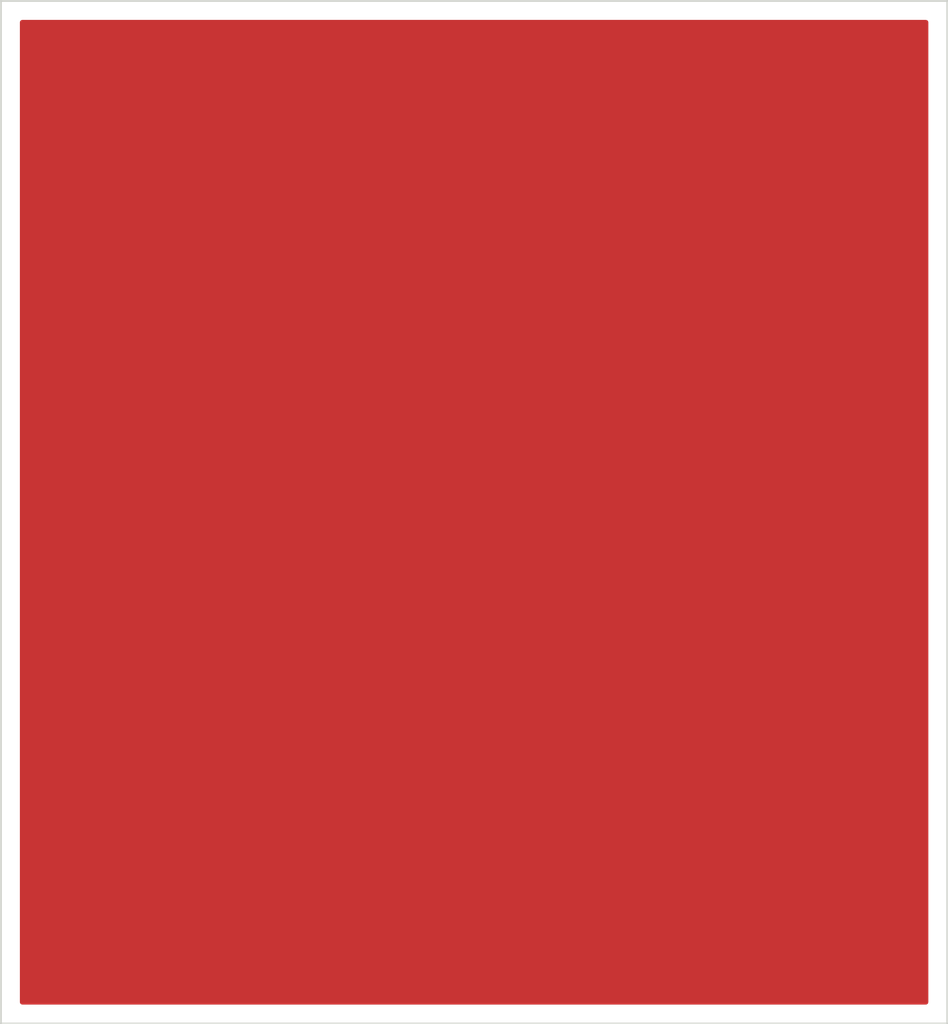
<source format=kicad_pcb>
(kicad_pcb (version 20211014) (generator pcbnew)

  (general
    (thickness 1.6)
  )

  (paper "A4")
  (layers
    (0 "F.Cu" signal)
    (31 "B.Cu" signal)
    (32 "B.Adhes" user "B.Adhesive")
    (33 "F.Adhes" user "F.Adhesive")
    (34 "B.Paste" user)
    (35 "F.Paste" user)
    (36 "B.SilkS" user "B.Silkscreen")
    (37 "F.SilkS" user "F.Silkscreen")
    (38 "B.Mask" user)
    (39 "F.Mask" user)
    (40 "Dwgs.User" user "User.Drawings")
    (41 "Cmts.User" user "User.Comments")
    (42 "Eco1.User" user "User.Eco1")
    (43 "Eco2.User" user "User.Eco2")
    (44 "Edge.Cuts" user)
    (45 "Margin" user)
    (46 "B.CrtYd" user "B.Courtyard")
    (47 "F.CrtYd" user "F.Courtyard")
    (48 "B.Fab" user)
    (49 "F.Fab" user)
    (50 "User.1" user)
    (51 "User.2" user)
    (52 "User.3" user)
    (53 "User.4" user)
    (54 "User.5" user)
    (55 "User.6" user)
    (56 "User.7" user)
    (57 "User.8" user)
    (58 "User.9" user)
  )

  (setup
    (pad_to_mask_clearance 0)
    (pcbplotparams
      (layerselection 0x00010a8_7fffffff)
      (disableapertmacros false)
      (usegerberextensions true)
      (usegerberattributes true)
      (usegerberadvancedattributes true)
      (creategerberjobfile false)
      (svguseinch false)
      (svgprecision 6)
      (excludeedgelayer true)
      (plotframeref false)
      (viasonmask false)
      (mode 1)
      (useauxorigin false)
      (hpglpennumber 1)
      (hpglpenspeed 20)
      (hpglpendiameter 15.000000)
      (dxfpolygonmode true)
      (dxfimperialunits true)
      (dxfusepcbnewfont true)
      (psnegative false)
      (psa4output false)
      (plotreference true)
      (plotvalue true)
      (plotinvisibletext false)
      (sketchpadsonfab false)
      (subtractmaskfromsilk false)
      (outputformat 1)
      (mirror false)
      (drillshape 0)
      (scaleselection 1)
      (outputdirectory "fab_outputs/")
    )
  )

  (net 0 "")

  (gr_line (start 50 0) (end 50 54) (layer "Edge.Cuts") (width 0.1) (tstamp 519ee353-cba8-46a8-91fc-4a181061a9b9))
  (gr_line (start 0 54) (end 0 0) (layer "Edge.Cuts") (width 0.1) (tstamp 800325ed-8791-438b-a5f1-dcfa575c37f0))
  (gr_line (start 0 0) (end 50 0) (layer "Edge.Cuts") (width 0.1) (tstamp de9fb4c9-aa8b-4ba2-8fff-d5be6a50b6b9))
  (gr_line (start 50 54) (end 0 54) (layer "Edge.Cuts") (width 0.1) (tstamp ed75df1b-f8d7-400a-8772-4dab12fdc7ff))

  (zone (net 0) (net_name "") (layer "F.Cu") (tstamp 0db77772-9e64-4556-af8e-66a4fc6b8dd0) (hatch edge 0.508)
    (connect_pads (clearance 0.508))
    (min_thickness 0.254) (filled_areas_thickness no)
    (fill yes (thermal_gap 0.508) (thermal_bridge_width 0.508))
    (polygon
      (pts
        (xy 49 1)
        (xy 49 53)
        (xy 1 53)
        (xy 1 1)
      )
    )
    (filled_polygon
      (layer "F.Cu")
      (island)
      (pts
        (xy 48.942121 1.020002)
        (xy 48.988614 1.073658)
        (xy 49 1.126)
        (xy 49 52.874)
        (xy 48.979998 52.942121)
        (xy 48.926342 52.988614)
        (xy 48.874 53)
        (xy 1.126 53)
        (xy 1.057879 52.979998)
        (xy 1.011386 52.926342)
        (xy 1 52.874)
        (xy 1 1.126)
        (xy 1.020002 1.057879)
        (xy 1.073658 1.011386)
        (xy 1.126 1)
        (xy 48.874 1)
      )
    )
  )
  (zone (net 0) (net_name "") (layer "F.Mask") (tstamp 06559abb-a4bf-4cfd-85d6-68d594886bbf) (hatch edge 0.508)
    (connect_pads (clearance 0.508))
    (min_thickness 0.254) (filled_areas_thickness no)
    (fill yes (thermal_gap 0.508) (thermal_bridge_width 0.508))
    (polygon
      (pts
        (xy 49 53)
        (xy 1 53)
        (xy 1 1)
        (xy 49 1)
      )
    )
    (filled_polygon
      (layer "F.Mask")
      (island)
      (pts
        (xy 48.942121 1.020002)
        (xy 48.988614 1.073658)
        (xy 49 1.126)
        (xy 49 52.874)
        (xy 48.979998 52.942121)
        (xy 48.926342 52.988614)
        (xy 48.874 53)
        (xy 1.126 53)
        (xy 1.057879 52.979998)
        (xy 1.011386 52.926342)
        (xy 1 52.874)
        (xy 1 1.126)
        (xy 1.020002 1.057879)
        (xy 1.073658 1.011386)
        (xy 1.126 1)
        (xy 48.874 1)
      )
    )
  )
)

</source>
